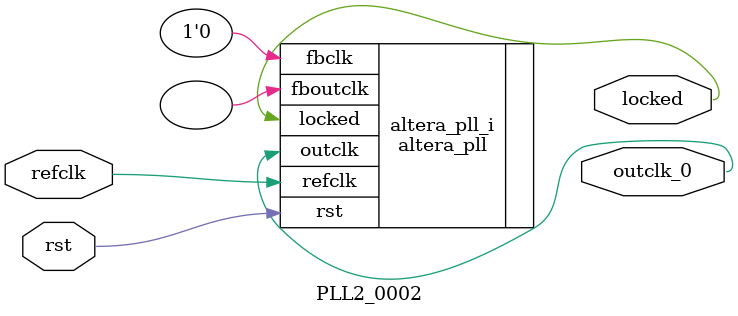
<source format=v>
`timescale 1ns/10ps
module  PLL2_0002(

	// interface 'refclk'
	input wire refclk,

	// interface 'reset'
	input wire rst,

	// interface 'outclk0'
	output wire outclk_0,

	// interface 'locked'
	output wire locked
);

	altera_pll #(
		.fractional_vco_multiplier("false"),
		.reference_clock_frequency("40.0 MHz"),
		.operation_mode("direct"),
		.number_of_clocks(1),
		.output_clock_frequency0("25.000000 MHz"),
		.phase_shift0("0 ps"),
		.duty_cycle0(50),
		.output_clock_frequency1("0 MHz"),
		.phase_shift1("0 ps"),
		.duty_cycle1(50),
		.output_clock_frequency2("0 MHz"),
		.phase_shift2("0 ps"),
		.duty_cycle2(50),
		.output_clock_frequency3("0 MHz"),
		.phase_shift3("0 ps"),
		.duty_cycle3(50),
		.output_clock_frequency4("0 MHz"),
		.phase_shift4("0 ps"),
		.duty_cycle4(50),
		.output_clock_frequency5("0 MHz"),
		.phase_shift5("0 ps"),
		.duty_cycle5(50),
		.output_clock_frequency6("0 MHz"),
		.phase_shift6("0 ps"),
		.duty_cycle6(50),
		.output_clock_frequency7("0 MHz"),
		.phase_shift7("0 ps"),
		.duty_cycle7(50),
		.output_clock_frequency8("0 MHz"),
		.phase_shift8("0 ps"),
		.duty_cycle8(50),
		.output_clock_frequency9("0 MHz"),
		.phase_shift9("0 ps"),
		.duty_cycle9(50),
		.output_clock_frequency10("0 MHz"),
		.phase_shift10("0 ps"),
		.duty_cycle10(50),
		.output_clock_frequency11("0 MHz"),
		.phase_shift11("0 ps"),
		.duty_cycle11(50),
		.output_clock_frequency12("0 MHz"),
		.phase_shift12("0 ps"),
		.duty_cycle12(50),
		.output_clock_frequency13("0 MHz"),
		.phase_shift13("0 ps"),
		.duty_cycle13(50),
		.output_clock_frequency14("0 MHz"),
		.phase_shift14("0 ps"),
		.duty_cycle14(50),
		.output_clock_frequency15("0 MHz"),
		.phase_shift15("0 ps"),
		.duty_cycle15(50),
		.output_clock_frequency16("0 MHz"),
		.phase_shift16("0 ps"),
		.duty_cycle16(50),
		.output_clock_frequency17("0 MHz"),
		.phase_shift17("0 ps"),
		.duty_cycle17(50),
		.pll_type("General"),
		.pll_subtype("General")
	) altera_pll_i (
		.rst	(rst),
		.outclk	({outclk_0}),
		.locked	(locked),
		.fboutclk	( ),
		.fbclk	(1'b0),
		.refclk	(refclk)
	);
endmodule


</source>
